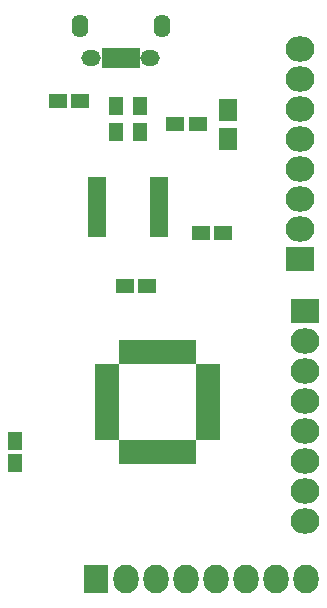
<source format=gbr>
G04 #@! TF.FileFunction,Soldermask,Top*
%FSLAX46Y46*%
G04 Gerber Fmt 4.6, Leading zero omitted, Abs format (unit mm)*
G04 Created by KiCad (PCBNEW 4.0.4-stable) date Fri Nov 25 15:40:38 2016*
%MOMM*%
%LPD*%
G01*
G04 APERTURE LIST*
%ADD10C,0.100000*%
%ADD11R,1.600000X0.800000*%
%ADD12R,1.600000X1.150000*%
%ADD13R,1.150000X1.600000*%
%ADD14R,2.000000X0.950000*%
%ADD15R,0.950000X2.000000*%
%ADD16R,1.650000X1.900000*%
%ADD17R,0.800000X1.750000*%
%ADD18O,1.650000X1.350000*%
%ADD19O,1.400000X1.950000*%
%ADD20R,2.127200X2.432000*%
%ADD21O,2.127200X2.432000*%
%ADD22R,2.432000X2.127200*%
%ADD23O,2.432000X2.127200*%
%ADD24R,1.300000X1.600000*%
G04 APERTURE END LIST*
D10*
D11*
X159900000Y-93777500D03*
X159900000Y-94412500D03*
X159900000Y-95047500D03*
X159900000Y-95682500D03*
X159900000Y-96317500D03*
X159900000Y-96952500D03*
X159900000Y-97587500D03*
X159900000Y-98222500D03*
X165100000Y-98222500D03*
X165100000Y-97587500D03*
X165100000Y-96952500D03*
X165100000Y-96317500D03*
X165100000Y-95682500D03*
X165100000Y-95047500D03*
X165100000Y-94412500D03*
X165100000Y-93777500D03*
D12*
X162250000Y-102700000D03*
X164150000Y-102700000D03*
X158450000Y-87000000D03*
X156550000Y-87000000D03*
X166500000Y-89000000D03*
X168400000Y-89000000D03*
X168650000Y-98200000D03*
X170550000Y-98200000D03*
D13*
X152900000Y-117700000D03*
X152900000Y-115800000D03*
D14*
X160750000Y-109700000D03*
X160750000Y-110500000D03*
X160750000Y-111300000D03*
X160750000Y-112100000D03*
X160750000Y-112900000D03*
X160750000Y-113700000D03*
X160750000Y-114500000D03*
X160750000Y-115300000D03*
D15*
X162200000Y-116750000D03*
X163000000Y-116750000D03*
X163800000Y-116750000D03*
X164600000Y-116750000D03*
X165400000Y-116750000D03*
X166200000Y-116750000D03*
X167000000Y-116750000D03*
X167800000Y-116750000D03*
D14*
X169250000Y-115300000D03*
X169250000Y-114500000D03*
X169250000Y-113700000D03*
X169250000Y-112900000D03*
X169250000Y-112100000D03*
X169250000Y-111300000D03*
X169250000Y-110500000D03*
X169250000Y-109700000D03*
D15*
X167800000Y-108250000D03*
X167000000Y-108250000D03*
X166200000Y-108250000D03*
X165400000Y-108250000D03*
X164600000Y-108250000D03*
X163800000Y-108250000D03*
X163000000Y-108250000D03*
X162200000Y-108250000D03*
D16*
X171000000Y-90250000D03*
X171000000Y-87750000D03*
D17*
X163200900Y-83362540D03*
X162550900Y-83362540D03*
X161900900Y-83362540D03*
X161250900Y-83362540D03*
X160600900Y-83362540D03*
D18*
X164400900Y-83362540D03*
X159400900Y-83362540D03*
D19*
X165400900Y-80662540D03*
X158400900Y-80662540D03*
D20*
X159800000Y-127500000D03*
D21*
X162340000Y-127500000D03*
X164880000Y-127500000D03*
X167420000Y-127500000D03*
X169960000Y-127500000D03*
X172500000Y-127500000D03*
X175040000Y-127500000D03*
X177580000Y-127500000D03*
D22*
X177100000Y-100400000D03*
D23*
X177100000Y-97860000D03*
X177100000Y-95320000D03*
X177100000Y-92780000D03*
X177100000Y-90240000D03*
X177100000Y-87700000D03*
X177100000Y-85160000D03*
X177100000Y-82620000D03*
D22*
X177500000Y-104800000D03*
D23*
X177500000Y-107340000D03*
X177500000Y-109880000D03*
X177500000Y-112420000D03*
X177500000Y-114960000D03*
X177500000Y-117500000D03*
X177500000Y-120040000D03*
X177500000Y-122580000D03*
D24*
X163500000Y-89600000D03*
X163500000Y-87400000D03*
X161500000Y-89600000D03*
X161500000Y-87400000D03*
M02*

</source>
